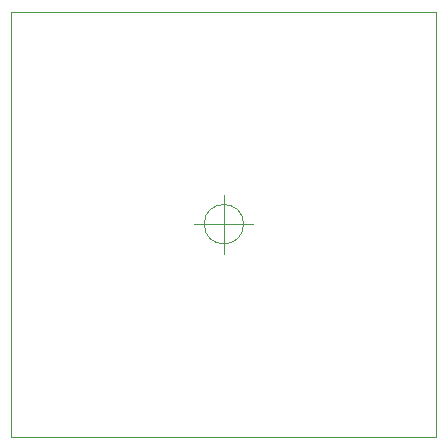
<source format=gbr>
%TF.GenerationSoftware,KiCad,Pcbnew,(5.1.6)-1*%
%TF.CreationDate,2021-02-02T19:23:23-08:00*%
%TF.ProjectId,DH_LEDRing,44485f4c-4544-4526-996e-672e6b696361,rev?*%
%TF.SameCoordinates,Original*%
%TF.FileFunction,Profile,NP*%
%FSLAX46Y46*%
G04 Gerber Fmt 4.6, Leading zero omitted, Abs format (unit mm)*
G04 Created by KiCad (PCBNEW (5.1.6)-1) date 2021-02-02 19:23:23*
%MOMM*%
%LPD*%
G01*
G04 APERTURE LIST*
%TA.AperFunction,Profile*%
%ADD10C,0.050000*%
%TD*%
%TA.AperFunction,Profile*%
%ADD11C,0.100000*%
%TD*%
G04 APERTURE END LIST*
D10*
X133666666Y-64000000D02*
G75*
G03*
X133666666Y-64000000I-1666666J0D01*
G01*
X129500000Y-64000000D02*
X134500000Y-64000000D01*
X132000000Y-61500000D02*
X132000000Y-66500000D01*
D11*
X150000000Y-46000000D02*
X150000000Y-82000000D01*
X114000000Y-46000000D02*
X150000000Y-46000000D01*
X114000000Y-82000000D02*
X114000000Y-46000000D01*
X150000000Y-82000000D02*
X114000000Y-82000000D01*
M02*

</source>
